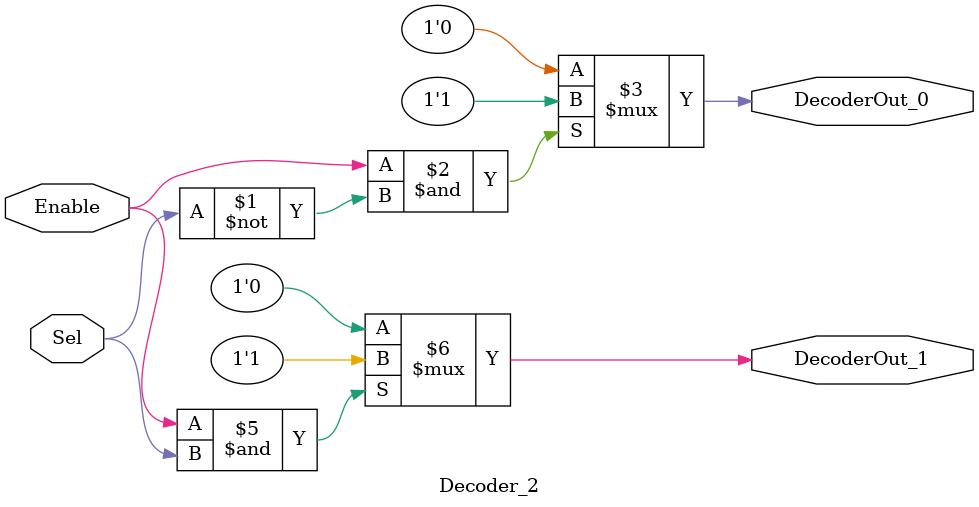
<source format=v>
/******************************************************************************
 ** Logisim goes FPGA automatic generated Verilog code                       **
 **                                                                          **
 ** Component : Decoder_2                                                    **
 **                                                                          **
 ******************************************************************************/

`timescale 1ns/1ps
module Decoder_2( Enable,
                  Sel,
                  DecoderOut_0,
                  DecoderOut_1);

   /***************************************************************************
    ** Here the inputs are defined                                           **
    ***************************************************************************/
   input  Enable;
   input  Sel;

   /***************************************************************************
    ** Here the outputs are defined                                          **
    ***************************************************************************/
   output DecoderOut_0;
   output DecoderOut_1;
   assign DecoderOut_0  = (Enable&(Sel == 1'b0)) ? 1'b1 : 1'b0;
   assign DecoderOut_1  = (Enable&(Sel == 1'b1)) ? 1'b1 : 1'b0;

endmodule

</source>
